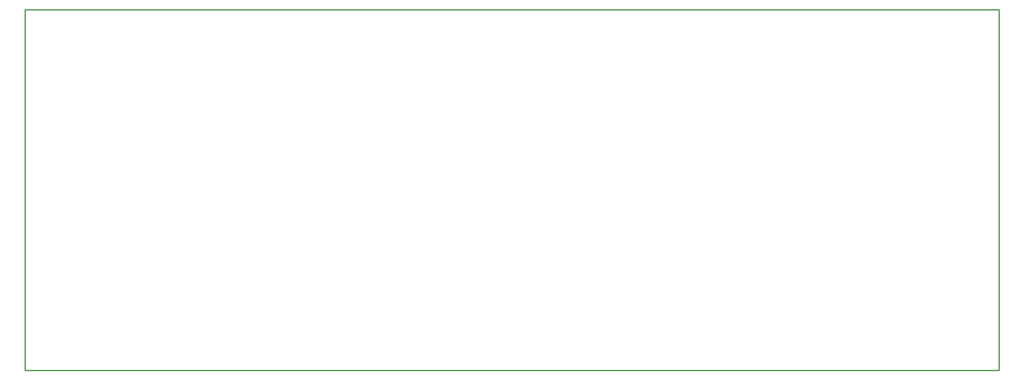
<source format=gko>
G04 Layer_Color=16711935*
%FSLAX23Y23*%
%MOIN*%
G70*
G01*
G75*
%ADD52C,0.010*%
D52*
X3090Y5200D02*
X11145D01*
Y2215D02*
Y5200D01*
X3090Y2215D02*
X11145D01*
X3090D02*
Y5200D01*
M02*

</source>
